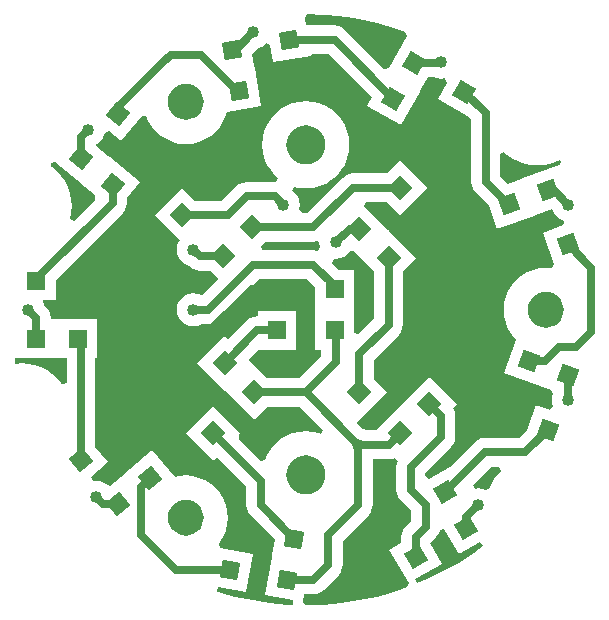
<source format=gtl>
%FSLAX25Y25*%
%MOIN*%
G70*
G01*
G75*
G04 Layer_Physical_Order=1*
G04 Layer_Color=255*
%ADD10P,0.08352X4X360.0*%
%ADD11P,0.08352X4X270.0*%
%ADD12P,0.08352X4X75.0*%
%ADD13P,0.08352X4X115.0*%
%ADD14P,0.08352X4X155.0*%
%ADD15P,0.08352X4X195.0*%
%ADD16P,0.08352X4X235.0*%
%ADD17P,0.08352X4X275.0*%
%ADD18R,0.05906X0.05906*%
%ADD19P,0.08352X4X355.0*%
%ADD20P,0.08352X4X395.0*%
%ADD21R,0.05906X0.05906*%
%ADD22C,0.02500*%
%ADD23C,0.04000*%
G36*
X1464922Y946343D02*
X1464031Y945326D01*
X1462823Y943520D01*
X1461863Y941571D01*
X1461493Y940484D01*
X1460127Y939865D01*
X1458936Y940358D01*
X1457500Y940547D01*
X1456292Y940388D01*
X1455628Y941734D01*
X1461604Y947709D01*
X1464303D01*
X1464922Y946343D01*
D02*
G37*
G36*
X1320231Y975585D02*
X1318796Y975149D01*
X1318468Y975640D01*
X1317035Y977273D01*
X1315402Y978706D01*
X1313595Y979913D01*
X1311647Y980874D01*
X1309590Y981572D01*
X1307459Y981996D01*
X1305291Y982138D01*
X1303173Y981999D01*
X1303120Y982246D01*
X1302886Y983784D01*
D01*
X1303658Y983902D01*
X1303856Y983902D01*
Y983902D01*
X1303856Y983902D01*
X1303856Y983902D01*
Y983902D01*
D01*
X1316563D01*
Y983902D01*
X1316563D01*
X1316563Y983902D01*
X1317437D01*
Y983902D01*
X1320231D01*
Y975585D01*
D02*
G37*
G36*
X1481166Y1005863D02*
X1482288Y1005523D01*
X1483321Y1004970D01*
X1484227Y1004227D01*
X1484970Y1003321D01*
X1485523Y1002287D01*
X1485863Y1001166D01*
X1485978Y1000000D01*
X1485863Y998834D01*
X1485523Y997713D01*
X1484970Y996679D01*
X1484227Y995773D01*
X1483321Y995030D01*
X1482288Y994477D01*
X1481166Y994137D01*
X1480000Y994022D01*
X1478834Y994137D01*
X1477713Y994477D01*
X1476679Y995030D01*
X1475773Y995773D01*
X1475030Y996679D01*
X1474477Y997713D01*
X1474137Y998834D01*
X1474022Y1000000D01*
X1474137Y1001166D01*
X1474477Y1002287D01*
X1475030Y1003321D01*
X1475773Y1004227D01*
X1476679Y1004970D01*
X1477713Y1005523D01*
X1478834Y1005863D01*
X1480000Y1005978D01*
X1481166Y1005863D01*
D02*
G37*
G36*
X1401264Y951355D02*
X1402480Y950987D01*
X1403600Y950388D01*
X1404582Y949582D01*
X1405388Y948600D01*
X1405987Y947480D01*
X1406355Y946264D01*
X1406480Y945000D01*
X1406355Y943736D01*
X1405987Y942520D01*
X1405388Y941400D01*
X1404582Y940418D01*
X1403600Y939612D01*
X1402480Y939013D01*
X1401264Y938645D01*
X1400000Y938520D01*
X1398736Y938645D01*
X1397520Y939013D01*
X1396400Y939612D01*
X1395418Y940418D01*
X1394612Y941400D01*
X1394013Y942520D01*
X1393645Y943736D01*
X1393520Y945000D01*
X1393645Y946264D01*
X1394013Y947480D01*
X1394612Y948600D01*
X1395418Y949582D01*
X1396400Y950388D01*
X1397520Y950987D01*
X1398736Y951355D01*
X1400000Y951480D01*
X1401264Y951355D01*
D02*
G37*
G36*
X1430747Y949645D02*
X1430711Y949557D01*
X1430372Y948740D01*
X1430209Y947500D01*
X1430209Y947500D01*
X1430209D01*
X1430209Y947500D01*
X1430209D01*
Y940000D01*
X1430209Y940000D01*
X1430209D01*
X1430372Y938760D01*
X1430711Y937943D01*
X1430851Y937605D01*
X1431612Y936612D01*
X1431612Y936612D01*
X1431612Y936612D01*
X1435209Y933016D01*
Y929484D01*
X1433204Y927479D01*
X1432442Y926487D01*
X1432302Y926149D01*
X1431964Y925331D01*
X1431800Y924092D01*
Y922395D01*
X1427777Y920072D01*
X1434230Y908896D01*
X1434230Y908896D01*
X1434230D01*
X1434263Y908800D01*
X1433606Y907451D01*
X1429302Y905966D01*
X1423571Y904368D01*
X1417754Y903120D01*
X1411872Y902224D01*
X1405947Y901686D01*
X1400032Y901507D01*
X1399051Y902642D01*
X1399510Y905249D01*
X1402540D01*
X1403780Y905412D01*
X1404935Y905891D01*
X1405928Y906652D01*
X1410888Y911612D01*
X1411649Y912605D01*
X1411789Y912943D01*
X1412128Y913760D01*
X1412291Y915000D01*
Y923015D01*
X1420888Y931612D01*
X1421649Y932605D01*
X1421847Y933083D01*
X1422128Y933760D01*
X1422291Y935000D01*
Y950209D01*
X1427641D01*
X1428881Y950372D01*
X1429687Y950706D01*
X1430747Y949645D01*
D02*
G37*
G36*
X1450936Y918542D02*
X1458039Y922642D01*
X1458952Y921452D01*
X1457807Y920307D01*
X1455951Y918941D01*
X1450955Y915711D01*
X1445772Y912788D01*
X1440423Y910184D01*
X1436992Y908762D01*
X1436329Y910108D01*
X1445406Y915349D01*
X1441460Y922184D01*
X1443388Y924112D01*
X1444149Y925105D01*
X1444347Y925583D01*
X1444628Y926260D01*
X1444667Y926559D01*
X1446138Y926852D01*
X1450936Y918542D01*
D02*
G37*
G36*
X1361166Y936581D02*
X1362288Y936240D01*
X1363321Y935688D01*
X1364227Y934945D01*
X1364970Y934039D01*
X1365523Y933006D01*
X1365863Y931884D01*
X1365978Y930718D01*
X1365863Y929552D01*
X1365523Y928430D01*
X1364970Y927397D01*
X1364227Y926491D01*
X1363321Y925748D01*
X1362288Y925195D01*
X1361166Y924855D01*
X1360000Y924740D01*
X1358834Y924855D01*
X1357712Y925195D01*
X1356679Y925748D01*
X1355773Y926491D01*
X1355030Y927397D01*
X1354477Y928430D01*
X1354137Y929552D01*
X1354022Y930718D01*
X1354137Y931884D01*
X1354477Y933006D01*
X1355030Y934039D01*
X1355773Y934945D01*
X1356679Y935688D01*
X1357712Y936240D01*
X1358834Y936581D01*
X1360000Y936696D01*
X1361166Y936581D01*
D02*
G37*
G36*
X1417676Y1018058D02*
X1417676Y1018058D01*
X1417676D01*
X1417808Y1017926D01*
X1418426Y1017308D01*
X1418426Y1017308D01*
X1418426Y1017308D01*
X1418426D01*
X1418426D01*
X1422760Y1012973D01*
Y997036D01*
X1417484Y991760D01*
X1416098Y992334D01*
Y999376D01*
X1416098Y999376D01*
D01*
D01*
D01*
D01*
D01*
D01*
D01*
X1416098Y999563D01*
Y999743D01*
Y1000000D01*
Y1000128D01*
Y1000437D01*
X1416098Y1000572D01*
X1416098Y1000624D01*
X1416098Y1000624D01*
D01*
D01*
D01*
X1416098Y1000624D01*
D01*
Y1013342D01*
X1410933D01*
X1408567Y1015709D01*
X1409230Y1017054D01*
X1410000Y1016953D01*
X1411436Y1017142D01*
X1412774Y1017696D01*
X1413923Y1018577D01*
X1414634Y1019505D01*
X1416131Y1019603D01*
X1417676Y1018058D01*
D02*
G37*
G36*
X1401264Y1061355D02*
X1402480Y1060987D01*
X1403600Y1060388D01*
X1404582Y1059582D01*
X1405388Y1058600D01*
X1405987Y1057480D01*
X1406355Y1056264D01*
X1406480Y1055000D01*
X1406355Y1053736D01*
X1405987Y1052520D01*
X1405388Y1051400D01*
X1404582Y1050418D01*
X1403600Y1049612D01*
X1402480Y1049013D01*
X1401264Y1048645D01*
X1400000Y1048520D01*
X1398736Y1048645D01*
X1397520Y1049013D01*
X1396400Y1049612D01*
X1395418Y1050418D01*
X1394612Y1051400D01*
X1394013Y1052520D01*
X1393645Y1053736D01*
X1393520Y1055000D01*
X1393645Y1056264D01*
X1394013Y1057480D01*
X1394612Y1058600D01*
X1395418Y1059582D01*
X1396400Y1060388D01*
X1397520Y1060987D01*
X1398736Y1061355D01*
X1400000Y1061480D01*
X1401264Y1061355D01*
D02*
G37*
G36*
X1361166Y1075145D02*
X1362288Y1074805D01*
X1363321Y1074252D01*
X1364227Y1073509D01*
X1364970Y1072603D01*
X1365523Y1071570D01*
X1365863Y1070448D01*
X1365978Y1069282D01*
X1365863Y1068116D01*
X1365523Y1066994D01*
X1364970Y1065961D01*
X1364227Y1065055D01*
X1363321Y1064312D01*
X1362288Y1063760D01*
X1361166Y1063419D01*
X1360000Y1063304D01*
X1358834Y1063419D01*
X1357712Y1063760D01*
X1356679Y1064312D01*
X1355773Y1065055D01*
X1355030Y1065961D01*
X1354477Y1066994D01*
X1354137Y1068116D01*
X1354022Y1069282D01*
X1354137Y1070448D01*
X1354477Y1071570D01*
X1355030Y1072603D01*
X1355773Y1073509D01*
X1356679Y1074252D01*
X1357712Y1074805D01*
X1358834Y1075145D01*
X1360000Y1075260D01*
X1361166Y1075145D01*
D02*
G37*
G36*
X1405947Y1098314D02*
X1411872Y1097776D01*
X1412288Y1097712D01*
X1412500Y1097500D01*
X1413683D01*
X1417754Y1096880D01*
X1423571Y1095632D01*
X1429302Y1094034D01*
X1433159Y1092703D01*
X1433816Y1091354D01*
X1433730Y1091104D01*
X1433730D01*
X1433730Y1091104D01*
X1427574Y1080442D01*
X1426087Y1080247D01*
X1412986Y1093348D01*
X1411993Y1094109D01*
X1410838Y1094588D01*
X1409598Y1094751D01*
X1400010D01*
X1399553Y1097343D01*
X1400535Y1098478D01*
X1405947Y1098314D01*
D02*
G37*
G36*
X1467097Y1051608D02*
X1468903Y1050401D01*
X1470852Y1049440D01*
X1472909Y1048742D01*
X1475040Y1048318D01*
X1477208Y1048176D01*
X1479376Y1048318D01*
X1481507Y1048742D01*
X1483564Y1049440D01*
X1484600Y1049951D01*
X1484918Y1049349D01*
X1484606Y1048233D01*
X1484532Y1048191D01*
D01*
X1472405Y1043777D01*
X1472405Y1043777D01*
X1471583Y1043478D01*
D01*
X1471583Y1043478D01*
X1467341Y1041934D01*
X1464791Y1044485D01*
Y1051812D01*
X1466157Y1052431D01*
X1467097Y1051608D01*
D02*
G37*
G36*
X1404453Y1022500D02*
D01*
X1404453Y1022500D01*
X1404642Y1021064D01*
X1404704Y1020914D01*
X1403913Y1019639D01*
X1403740Y1019628D01*
X1403740D01*
Y1019628D01*
D01*
D01*
X1403740Y1019628D01*
D01*
X1402500Y1019791D01*
X1385517D01*
X1384943Y1021177D01*
X1386476Y1022709D01*
X1402500D01*
X1403740Y1022872D01*
X1404453Y1022500D01*
D02*
G37*
G36*
X1325674Y1041569D02*
Y1041569D01*
X1325674Y1041569D01*
X1325817Y1041449D01*
X1326487Y1040887D01*
Y1040887D01*
Y1040887D01*
X1326487D01*
Y1040887D01*
X1329782Y1038122D01*
X1329848Y1036623D01*
X1322874Y1029650D01*
X1321334Y1030173D01*
X1321758Y1032303D01*
X1321900Y1034471D01*
X1321758Y1036639D01*
X1321334Y1038770D01*
X1320636Y1040827D01*
X1319675Y1042776D01*
X1318468Y1044582D01*
X1317035Y1046216D01*
X1315402Y1047648D01*
X1315000Y1047917D01*
Y1048751D01*
X1316360Y1049385D01*
X1325674Y1041569D01*
D02*
G37*
G36*
X1388024Y1088409D02*
X1389069Y1082485D01*
X1401778Y1084726D01*
Y1084726D01*
X1402150Y1085169D01*
X1407613D01*
X1421998Y1070784D01*
X1420387Y1067994D01*
X1431564Y1061541D01*
X1438016Y1072718D01*
Y1072718D01*
X1438016Y1072718D01*
X1438016D01*
X1438453Y1073475D01*
X1438453D01*
X1438453Y1073475D01*
X1440776Y1077499D01*
X1442702D01*
X1443564Y1077142D01*
X1445000Y1076952D01*
X1446387Y1077135D01*
X1446523Y1076932D01*
X1447066Y1075620D01*
X1443984Y1070282D01*
X1454397Y1064270D01*
X1455209Y1063458D01*
Y1042500D01*
X1455372Y1041260D01*
X1455711Y1040443D01*
X1455851Y1040104D01*
X1456612Y1039112D01*
X1461056Y1034668D01*
X1463870Y1026937D01*
X1475997Y1031351D01*
X1475997Y1031351D01*
X1476819Y1031650D01*
D01*
X1476819D01*
D01*
Y1031650D01*
X1476819D01*
D01*
Y1031650D01*
X1482043Y1033551D01*
X1482142Y1033564D01*
X1482696Y1032226D01*
X1483577Y1031077D01*
X1484726Y1030196D01*
X1485980Y1029676D01*
X1485962Y1028869D01*
X1485868Y1028148D01*
X1479003Y1025649D01*
X1482848Y1015085D01*
X1481940Y1013891D01*
X1480000Y1014043D01*
X1477803Y1013870D01*
X1475660Y1013356D01*
X1473625Y1012513D01*
X1471746Y1011361D01*
X1470070Y1009930D01*
X1468639Y1008254D01*
X1467487Y1006376D01*
X1466644Y1004340D01*
X1466130Y1002197D01*
X1465957Y1000000D01*
X1466130Y997803D01*
X1466644Y995660D01*
X1467487Y993624D01*
X1468639Y991746D01*
X1470063Y990078D01*
X1466054Y979064D01*
X1478181Y974650D01*
D01*
X1479003Y974351D01*
X1479003Y974351D01*
X1481761Y973347D01*
X1482365Y971974D01*
X1482142Y971436D01*
X1481952Y970000D01*
X1482142Y968564D01*
X1482478Y967751D01*
X1481441Y966668D01*
X1476819Y968350D01*
X1473756Y959936D01*
X1471111Y957291D01*
X1459619D01*
X1458379Y957128D01*
X1457224Y956649D01*
X1456231Y955888D01*
X1448007Y947663D01*
X1441090Y943670D01*
X1439791Y944420D01*
Y945516D01*
X1448388Y954112D01*
X1449149Y955105D01*
X1449347Y955583D01*
X1449628Y956260D01*
X1449791Y957500D01*
Y964744D01*
D01*
D01*
D01*
D01*
X1449791D01*
D01*
D01*
D01*
D01*
D01*
X1449791D01*
Y964744D01*
D01*
D01*
Y964744D01*
D01*
D01*
D01*
D01*
D01*
D01*
D01*
D01*
D01*
D01*
D01*
D01*
Y964744D01*
D01*
X1449791D01*
D01*
D01*
D01*
D01*
D01*
D01*
D01*
X1449791Y964744D01*
D01*
D01*
D01*
X1449628Y965984D01*
X1449149Y967139D01*
X1449043Y967277D01*
X1450318Y968551D01*
X1441192Y977677D01*
X1432067Y968551D01*
Y968551D01*
X1431449Y967933D01*
Y967933D01*
X1423306Y959791D01*
X1420291D01*
X1420274Y959804D01*
X1418936Y960358D01*
X1418914Y960361D01*
X1416880Y962395D01*
X1417808Y963323D01*
X1417808Y963323D01*
X1417808Y963323D01*
X1426933Y972449D01*
X1422599Y976783D01*
Y983323D01*
X1430939Y991663D01*
Y991663D01*
D01*
D01*
D01*
X1430939Y991663D01*
D01*
Y991663D01*
D01*
X1430939D01*
Y991663D01*
D01*
Y991663D01*
Y991663D01*
X1430939D01*
D01*
D01*
Y991663D01*
D01*
D01*
D01*
D01*
D01*
D01*
Y991664D01*
D01*
D01*
X1430939D01*
D01*
X1430939Y991663D01*
D01*
D01*
X1431700Y992656D01*
X1432179Y993811D01*
X1432342Y995051D01*
Y1012973D01*
X1436677Y1017308D01*
X1427683Y1026301D01*
X1427683Y1026301D01*
X1427683D01*
X1427551Y1026433D01*
X1427242Y1026742D01*
X1426933Y1027051D01*
X1426801Y1027183D01*
Y1027183D01*
X1426801Y1027183D01*
X1419469Y1034515D01*
X1420043Y1035901D01*
X1427114D01*
X1431449Y1031567D01*
X1440574Y1040692D01*
X1431449Y1049818D01*
X1427114Y1045483D01*
X1415692D01*
X1414452Y1045320D01*
X1413297Y1044841D01*
X1412305Y1044080D01*
X1400515Y1032291D01*
X1398681D01*
X1397848Y1033538D01*
X1397858Y1033564D01*
X1398048Y1035000D01*
X1397858Y1036436D01*
X1397304Y1037774D01*
X1396423Y1038923D01*
X1395445Y1039672D01*
X1396091Y1041026D01*
X1397725Y1040634D01*
X1400000Y1040455D01*
X1402275Y1040634D01*
X1404495Y1041167D01*
X1406603Y1042041D01*
X1408549Y1043233D01*
X1410285Y1044715D01*
X1411767Y1046451D01*
X1412959Y1048397D01*
X1413833Y1050505D01*
X1414366Y1052725D01*
X1414545Y1055000D01*
X1414366Y1057275D01*
X1413833Y1059495D01*
X1412959Y1061603D01*
X1411767Y1063549D01*
X1410285Y1065285D01*
X1408549Y1066767D01*
X1406603Y1067959D01*
X1404495Y1068833D01*
X1402275Y1069366D01*
X1400000Y1069545D01*
X1397725Y1069366D01*
X1395505Y1068833D01*
X1393397Y1067959D01*
X1391451Y1066767D01*
X1389715Y1065285D01*
X1388233Y1063549D01*
X1387041Y1061603D01*
X1386167Y1059495D01*
X1385634Y1057275D01*
X1385455Y1055000D01*
X1385634Y1052725D01*
X1386167Y1050505D01*
X1387041Y1048397D01*
X1388233Y1046451D01*
X1389715Y1044715D01*
X1390701Y1043874D01*
X1390090Y1042503D01*
X1389742Y1042549D01*
X1380258D01*
X1379018Y1042386D01*
X1377863Y1041908D01*
X1376871Y1041146D01*
X1371964Y1036240D01*
X1363142D01*
X1358808Y1040574D01*
X1349682Y1031449D01*
X1357983Y1023148D01*
X1357696Y1022774D01*
X1357142Y1021436D01*
X1356952Y1020000D01*
X1357142Y1018564D01*
X1357696Y1017226D01*
X1358577Y1016077D01*
X1359726Y1015196D01*
X1361064Y1014642D01*
X1361086Y1014639D01*
X1361305Y1014420D01*
X1362297Y1013659D01*
X1362775Y1013460D01*
X1363452Y1013180D01*
X1364692Y1013017D01*
X1368114D01*
X1370928Y1010203D01*
X1365516Y1004791D01*
X1365291D01*
X1365274Y1004804D01*
X1363936Y1005358D01*
X1362500Y1005548D01*
X1361064Y1005358D01*
X1359726Y1004804D01*
X1358577Y1003923D01*
X1357696Y1002774D01*
X1357142Y1001436D01*
X1356952Y1000000D01*
X1357142Y998564D01*
X1357696Y997226D01*
X1358577Y996077D01*
X1359726Y995196D01*
X1361064Y994642D01*
X1362500Y994452D01*
X1363936Y994642D01*
X1365274Y995196D01*
X1365291Y995209D01*
X1367500D01*
X1368740Y995372D01*
X1369557Y995711D01*
X1369895Y995851D01*
X1370888Y996612D01*
Y996612D01*
X1370888D01*
D01*
D01*
D01*
D01*
D01*
D01*
X1370888D01*
D01*
X1370888D01*
Y996612D01*
D01*
D01*
D01*
D01*
Y996612D01*
D01*
D01*
D01*
D01*
D01*
D01*
Y996612D01*
D01*
D01*
X1370888D01*
D01*
D01*
D01*
D01*
D01*
X1384484Y1010209D01*
X1400515D01*
X1403193Y1007532D01*
Y1000624D01*
X1403193Y1000624D01*
X1403193Y1000624D01*
X1403193Y1000437D01*
Y999563D01*
D01*
D01*
X1403193D01*
Y986658D01*
X1405209D01*
Y984484D01*
X1397964Y977240D01*
X1387027D01*
X1382824Y981442D01*
X1382824Y981442D01*
X1382824D01*
X1382692Y981574D01*
X1382383Y981883D01*
X1382074Y982192D01*
X1381942Y982324D01*
Y982324D01*
X1381942Y982324D01*
X1380899Y983367D01*
X1384189Y986658D01*
X1396807D01*
Y999563D01*
X1383902D01*
Y997901D01*
X1383867D01*
X1382627Y997738D01*
X1381471Y997259D01*
X1380479Y996498D01*
X1374124Y990143D01*
X1372949Y991318D01*
X1363823Y982192D01*
X1372817Y973199D01*
X1372817Y973199D01*
X1372817D01*
X1372949Y973067D01*
X1373567Y972449D01*
X1373567Y972449D01*
X1373567Y972449D01*
X1373567D01*
X1373567D01*
X1382692Y963323D01*
X1387027Y967658D01*
X1398067D01*
X1405868Y959857D01*
X1405035Y958609D01*
X1404495Y958833D01*
X1402275Y959366D01*
X1400000Y959545D01*
X1397725Y959366D01*
X1395505Y958833D01*
X1393397Y957959D01*
X1391451Y956767D01*
X1389715Y955285D01*
X1388233Y953549D01*
X1387041Y951603D01*
X1386383Y950016D01*
X1384912Y949723D01*
X1377752Y956883D01*
Y958383D01*
X1378177Y958808D01*
X1369051Y967933D01*
X1359926Y958808D01*
X1369051Y949682D01*
X1370226Y950857D01*
X1380209Y940874D01*
Y934806D01*
X1380209Y934806D01*
X1380209D01*
X1380372Y933566D01*
X1380711Y932749D01*
X1380851Y932410D01*
X1381612Y931418D01*
X1381612Y931418D01*
X1381612Y931418D01*
X1389610Y923420D01*
X1388720Y918376D01*
X1388720D01*
X1388568Y917515D01*
X1388568D01*
X1386327Y904806D01*
X1395838Y903129D01*
X1395685Y901637D01*
X1394053Y901686D01*
X1388128Y902224D01*
X1382246Y903120D01*
X1376429Y904368D01*
X1370698Y905966D01*
X1370240Y906124D01*
X1370616Y907576D01*
X1380039Y905915D01*
X1382280Y918624D01*
X1371429Y920537D01*
X1370922Y921949D01*
X1371361Y922464D01*
X1372513Y924342D01*
X1373356Y926378D01*
X1373870Y928521D01*
X1374043Y930718D01*
X1373870Y932915D01*
X1373356Y935058D01*
X1372513Y937094D01*
X1371361Y938972D01*
X1369930Y940648D01*
X1368254Y942079D01*
X1366376Y943231D01*
X1364340Y944074D01*
X1362197Y944588D01*
X1360000Y944761D01*
X1357803Y944588D01*
X1356253Y944216D01*
X1348773Y953131D01*
X1338887Y944835D01*
X1338887Y944835D01*
X1338218Y944273D01*
X1338218Y944273D01*
Y944273D01*
X1334717Y941336D01*
X1333923Y941423D01*
X1332774Y942304D01*
X1331436Y942858D01*
X1330000Y943048D01*
X1328888Y942901D01*
X1328284Y944274D01*
X1334113Y949165D01*
X1329813Y954289D01*
Y983902D01*
X1330342D01*
Y996807D01*
X1317437D01*
D01*
D01*
X1317437Y996807D01*
X1316563D01*
Y996807D01*
X1314901D01*
Y997390D01*
X1314738Y998630D01*
X1314259Y999785D01*
X1313498Y1000778D01*
X1312861Y1001414D01*
X1312858Y1001436D01*
X1312304Y1002774D01*
X1312511Y1003193D01*
X1316563D01*
Y1009787D01*
X1338966Y1032190D01*
X1339727Y1033182D01*
X1340205Y1034338D01*
X1340369Y1035578D01*
D01*
D01*
D01*
D01*
D01*
X1340369D01*
D01*
D01*
D01*
D01*
Y1035578D01*
X1340369D01*
D01*
Y1035578D01*
D01*
D01*
D01*
D01*
D01*
D01*
D01*
D01*
D01*
D01*
D01*
D01*
Y1035578D01*
D01*
X1340369D01*
D01*
D01*
D01*
D01*
X1340369Y1035578D01*
Y1037353D01*
X1344669Y1042478D01*
X1334782Y1050773D01*
X1334782Y1050773D01*
X1334782Y1050773D01*
D01*
X1334113Y1051335D01*
X1334113Y1051335D01*
X1334113Y1051335D01*
X1329813Y1054943D01*
Y1055005D01*
X1330274Y1055196D01*
X1331423Y1056077D01*
X1332304Y1057226D01*
X1332858Y1058564D01*
X1332911Y1058963D01*
X1334309Y1059507D01*
X1338218Y1056227D01*
X1345347Y1064723D01*
X1346829Y1064495D01*
X1347487Y1062906D01*
X1348639Y1061028D01*
X1350070Y1059352D01*
X1351746Y1057921D01*
X1353625Y1056769D01*
X1355660Y1055926D01*
X1357803Y1055412D01*
X1360000Y1055239D01*
X1362197Y1055412D01*
X1364340Y1055926D01*
X1366376Y1056769D01*
X1368254Y1057921D01*
X1369930Y1059352D01*
X1371361Y1061028D01*
X1372513Y1062906D01*
X1373356Y1064942D01*
X1373551Y1065757D01*
X1385172Y1067806D01*
X1382932Y1080515D01*
X1382932D01*
X1382780Y1081376D01*
X1382780Y1081376D01*
X1382780Y1081376D01*
X1382086Y1085310D01*
X1383914Y1087139D01*
X1383936Y1087142D01*
X1385274Y1087696D01*
X1386423Y1088577D01*
X1386567Y1088765D01*
X1388024Y1088409D01*
D02*
G37*
D10*
X1382192Y1027551D02*
D03*
X1372449Y1017808D02*
D03*
X1368551Y1041192D02*
D03*
X1358808Y1031449D02*
D03*
X1441192Y968551D02*
D03*
X1431449Y958808D02*
D03*
X1427551Y982192D02*
D03*
X1417808Y972449D02*
D03*
D11*
X1427551Y1017308D02*
D03*
X1417808Y1027051D02*
D03*
X1441192Y1030949D02*
D03*
X1431449Y1040692D02*
D03*
X1372949Y982192D02*
D03*
X1382692Y972449D02*
D03*
X1359308Y968551D02*
D03*
X1369051Y958808D02*
D03*
D12*
X1446408Y939289D02*
D03*
X1453298Y927356D02*
D03*
X1429702Y929644D02*
D03*
X1436592Y917710D02*
D03*
D13*
X1474325Y982920D02*
D03*
X1487273Y978207D02*
D03*
X1467727Y964793D02*
D03*
X1480675Y960080D02*
D03*
D14*
X1467727Y1035207D02*
D03*
X1480675Y1039920D02*
D03*
X1474325Y1017080D02*
D03*
X1487273Y1021793D02*
D03*
D15*
X1429202Y1070356D02*
D03*
X1436092Y1082290D02*
D03*
X1445909Y1060711D02*
D03*
X1452798Y1072644D02*
D03*
D16*
X1377697Y1073040D02*
D03*
X1375305Y1086610D02*
D03*
X1396696Y1076390D02*
D03*
X1394303Y1089960D02*
D03*
D17*
X1335578Y1041682D02*
D03*
X1325022Y1050540D02*
D03*
X1347978Y1056460D02*
D03*
X1337422Y1065318D02*
D03*
D18*
X1323890Y990354D02*
D03*
X1310110D02*
D03*
X1323890Y1009646D02*
D03*
X1310110D02*
D03*
D19*
X1347978Y944040D02*
D03*
X1337422Y935182D02*
D03*
X1335578Y958818D02*
D03*
X1325022Y949960D02*
D03*
D20*
X1396196Y923610D02*
D03*
X1393803Y910040D02*
D03*
X1377197Y926960D02*
D03*
X1374804Y913390D02*
D03*
D21*
X1409646Y1006890D02*
D03*
Y993110D02*
D03*
X1390354Y1006890D02*
D03*
Y993110D02*
D03*
D22*
X1383867D02*
X1390354D01*
X1372949Y982192D02*
X1383867Y993110D01*
X1369051Y958808D02*
X1385000Y942859D01*
Y934806D02*
X1396196Y923610D01*
X1385000Y934806D02*
Y942859D01*
X1356610Y913390D02*
X1374804D01*
X1345000Y941062D02*
X1347978Y944040D01*
X1345000Y925000D02*
Y941062D01*
Y925000D02*
X1356610Y913390D01*
X1325022Y949960D02*
Y989222D01*
X1323890Y990354D02*
X1325022Y989222D01*
X1310110Y1009646D02*
Y1010110D01*
X1335578Y1035578D02*
Y1041682D01*
X1310110Y1010110D02*
X1335578Y1035578D01*
X1337422Y1065318D02*
Y1067422D01*
X1352500Y1082500D01*
X1355000Y1085000D01*
X1365000D01*
X1376960Y1073040D01*
X1377697D01*
X1394303Y1089960D02*
X1409598D01*
X1429202Y1070356D01*
X1467292Y1035207D02*
X1467727D01*
X1452798Y1072644D02*
X1460000Y1065442D01*
Y1042500D02*
Y1065442D01*
Y1042500D02*
X1467292Y1035207D01*
X1487273Y1021793D02*
X1495000Y1014066D01*
X1490000Y987500D02*
X1495000Y992500D01*
X1484395Y987500D02*
X1490000D01*
X1479815Y982920D02*
X1484395Y987500D01*
X1474325Y982920D02*
X1479815D01*
X1495000Y992500D02*
Y1014066D01*
X1473096Y952500D02*
X1480675Y960080D01*
X1446408Y939289D02*
X1459619Y952500D01*
X1473096D01*
X1436592Y917710D02*
Y924092D01*
X1440000Y927500D01*
X1435000Y940000D02*
X1440000Y935000D01*
X1435000Y940000D02*
Y947500D01*
X1441192Y968551D02*
X1445000Y964744D01*
X1435000Y947500D02*
X1445000Y957500D01*
X1440000Y927500D02*
Y935000D01*
X1445000Y957500D02*
Y964744D01*
X1417808Y972449D02*
Y985308D01*
X1427551Y995051D02*
Y1017308D01*
X1417808Y985308D02*
X1427551Y995051D01*
X1415692Y1040692D02*
X1431449D01*
X1402500Y1027500D02*
X1415692Y1040692D01*
X1382244Y1027500D02*
X1402500D01*
X1382192Y1027551D02*
X1382244Y1027500D01*
X1381890Y1006890D02*
X1390354D01*
X1357500Y972500D02*
Y982500D01*
Y972500D02*
X1359308Y970692D01*
Y968551D02*
Y970692D01*
X1357500Y982500D02*
X1381890Y1006890D01*
X1335578Y958818D02*
Y970578D01*
X1347500Y982500D02*
X1357500D01*
X1323890Y1009646D02*
X1337854D01*
X1347500Y1000000D01*
Y982500D02*
Y1000000D01*
X1347978Y1019769D02*
Y1056460D01*
X1337854Y1009646D02*
X1347978Y1019769D01*
X1363246Y1041192D02*
X1368551D01*
X1347978Y1056460D02*
X1363246Y1041192D01*
X1368551D02*
Y1048551D01*
X1396390Y1076390D01*
X1440198Y1055000D02*
X1445909Y1060711D01*
X1406110Y1076390D02*
X1427500Y1055000D01*
X1440198D01*
X1441192Y1030949D02*
X1445000Y1034756D01*
X1440198Y1055000D02*
X1445000Y1050198D01*
Y1034756D02*
Y1050198D01*
X1441192Y1030949D02*
X1441551D01*
X1455420Y1017080D02*
X1474325D01*
X1396390Y1076390D02*
X1406110D01*
X1441551Y1030949D02*
X1455420Y1017080D01*
X1455000Y1016659D02*
X1455420Y1017080D01*
X1427144Y929644D02*
X1429702D01*
X1422500Y925000D02*
X1427144Y929644D01*
X1422500Y917500D02*
Y925000D01*
X1377197Y926960D02*
Y937803D01*
X1375000Y940000D02*
X1377197Y937803D01*
X1355000Y964244D02*
X1359308Y968551D01*
X1355000Y957500D02*
Y964244D01*
Y957500D02*
X1372500Y940000D01*
X1375000D01*
X1410000Y982500D02*
Y992756D01*
X1409646Y993110D02*
X1410000Y992756D01*
X1427641Y955000D02*
X1431449Y958808D01*
X1310110Y990354D02*
Y997390D01*
X1307500Y1000000D02*
X1310110Y997390D01*
X1325022Y1050540D02*
Y1057522D01*
X1327500Y1060000D01*
X1375305Y1086610D02*
X1376610D01*
X1382500Y1092500D01*
X1436092Y1082290D02*
X1444790D01*
X1480675Y1039920D02*
X1482580D01*
X1487500Y1035000D01*
X1487273Y970227D02*
Y978207D01*
Y970227D02*
X1487500Y970000D01*
X1453298Y927356D02*
Y930798D01*
X1457500Y935000D01*
X1393803Y910040D02*
X1402540D01*
X1407500Y915000D01*
Y925000D01*
X1417500Y935000D01*
X1409646Y1006890D02*
Y1007854D01*
X1402500Y1015000D02*
X1409646Y1007854D01*
X1382500Y1015000D02*
X1402500D01*
X1367500Y1000000D02*
X1382500Y1015000D01*
X1362500Y1000000D02*
X1367500D01*
X1358808Y1031449D02*
X1373949D01*
X1465434Y962500D02*
X1467727Y964793D01*
X1460000Y962500D02*
X1465434D01*
X1447500Y950000D02*
X1460000Y962500D01*
X1332318Y935182D02*
X1337422D01*
X1330000Y937500D02*
X1332318Y935182D01*
X1340000Y980000D02*
Y987500D01*
Y980000D02*
X1342500Y977500D01*
X1335578Y970578D02*
X1347500Y982500D01*
X1414551Y1027051D02*
X1417808D01*
X1410000Y1022500D02*
X1414551Y1027051D01*
X1400051Y972449D02*
X1417500Y955000D01*
X1427641D01*
X1447500Y982192D02*
Y987500D01*
X1455000Y980000D02*
Y1016659D01*
X1427551Y982192D02*
X1452808D01*
X1467727Y967273D01*
X1364692Y1017808D02*
X1372449D01*
X1362500Y1020000D02*
X1364692Y1017808D01*
X1417500Y935000D02*
Y955000D01*
X1399949Y972449D02*
X1410000Y982500D01*
X1382692Y972449D02*
X1400051D01*
X1389742Y1037758D02*
X1392500Y1035000D01*
X1380258Y1037758D02*
X1389742D01*
X1373949Y1031449D02*
X1380258Y1037758D01*
D23*
X1422500Y917500D02*
D03*
X1307500Y1000000D02*
D03*
X1327500Y1060000D02*
D03*
X1382500Y1092500D02*
D03*
X1445000Y1082500D02*
D03*
X1487500Y1035000D02*
D03*
Y970000D02*
D03*
X1457500Y935000D02*
D03*
X1362500Y1000000D02*
D03*
X1392500Y1035000D02*
D03*
X1447500Y987500D02*
D03*
X1340000D02*
D03*
X1447500Y950000D02*
D03*
X1330000Y937500D02*
D03*
X1410000Y1022500D02*
D03*
X1362500Y1020000D02*
D03*
X1417500Y955000D02*
D03*
M02*

</source>
